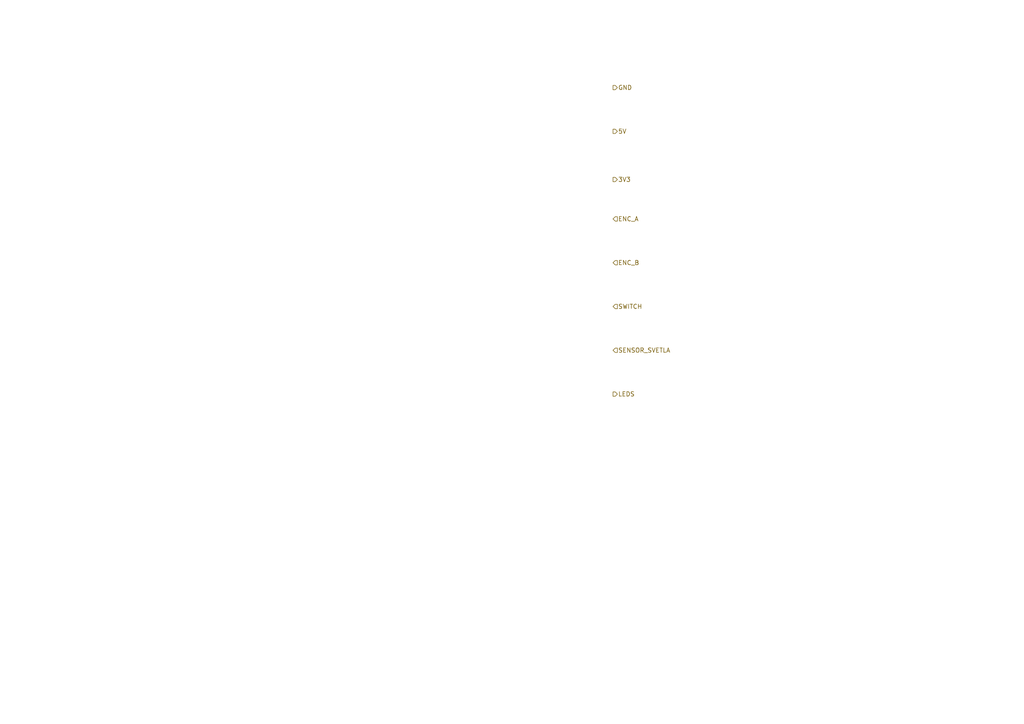
<source format=kicad_sch>
(kicad_sch
	(version 20231120)
	(generator "eeschema")
	(generator_version "8.0")
	(uuid "baf025d1-23f2-46d3-88bc-63df5149db57")
	(paper "A4")
	(lib_symbols)
	(hierarchical_label "SWITCH"
		(shape input)
		(at 177.8 88.9 0)
		(fields_autoplaced yes)
		(effects
			(font
				(size 1.27 1.27)
			)
			(justify left)
		)
		(uuid "2dc86e02-332e-419b-8e8e-7b66a7e88e12")
	)
	(hierarchical_label "ENC_A"
		(shape input)
		(at 177.8 63.5 0)
		(fields_autoplaced yes)
		(effects
			(font
				(size 1.27 1.27)
			)
			(justify left)
		)
		(uuid "2f4f4a78-d1fa-496e-8460-f2b133cc2802")
	)
	(hierarchical_label "LEDS"
		(shape output)
		(at 177.8 114.3 0)
		(fields_autoplaced yes)
		(effects
			(font
				(size 1.27 1.27)
			)
			(justify left)
		)
		(uuid "4d7e9b94-55c0-4358-a6fe-5bef96bdd05a")
	)
	(hierarchical_label "SENSOR_SVETLA"
		(shape input)
		(at 177.8 101.6 0)
		(fields_autoplaced yes)
		(effects
			(font
				(size 1.27 1.27)
			)
			(justify left)
		)
		(uuid "77f97e73-3623-41ae-bf65-4d7facd717ac")
	)
	(hierarchical_label "GND"
		(shape output)
		(at 177.8 25.4 0)
		(fields_autoplaced yes)
		(effects
			(font
				(size 1.27 1.27)
			)
			(justify left)
		)
		(uuid "9d0ba5e2-c8ac-445a-b6b6-76b8f39a06f7")
	)
	(hierarchical_label "5V"
		(shape output)
		(at 177.8 38.1 0)
		(fields_autoplaced yes)
		(effects
			(font
				(size 1.27 1.27)
			)
			(justify left)
		)
		(uuid "cb0c3d86-6e8a-42d0-b332-9bfa238e743a")
	)
	(hierarchical_label "3V3"
		(shape output)
		(at 177.8 52.07 0)
		(fields_autoplaced yes)
		(effects
			(font
				(size 1.27 1.27)
			)
			(justify left)
		)
		(uuid "e1a83010-fa21-41e1-ad8f-d23947bfe466")
	)
	(hierarchical_label "ENC_B"
		(shape input)
		(at 177.8 76.2 0)
		(fields_autoplaced yes)
		(effects
			(font
				(size 1.27 1.27)
			)
			(justify left)
		)
		(uuid "e857a307-38ec-49d4-9bf5-4fe3e886a225")
	)
)
</source>
